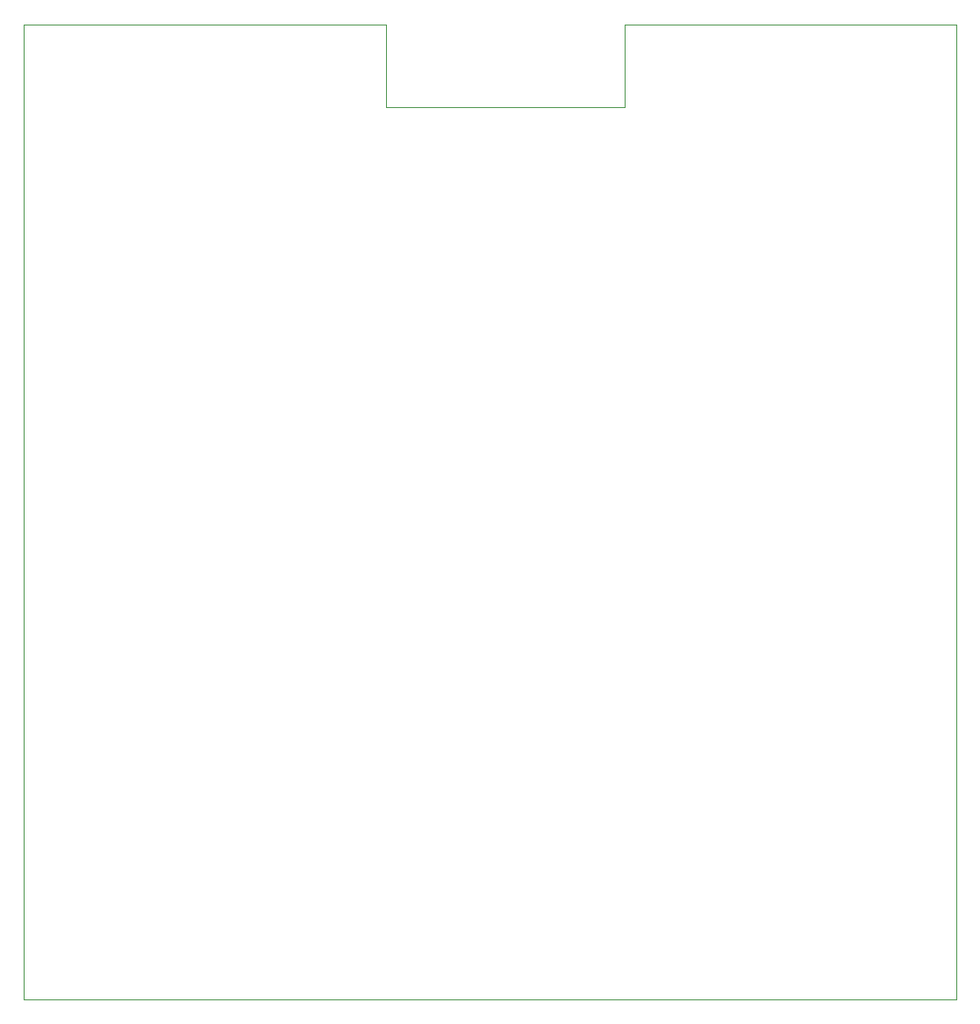
<source format=gbr>
%TF.GenerationSoftware,KiCad,Pcbnew,9.0.2*%
%TF.CreationDate,2025-07-17T15:39:28+07:00*%
%TF.ProjectId,KiCAD,4b694341-442e-46b6-9963-61645f706362,rev?*%
%TF.SameCoordinates,Original*%
%TF.FileFunction,Profile,NP*%
%FSLAX46Y46*%
G04 Gerber Fmt 4.6, Leading zero omitted, Abs format (unit mm)*
G04 Created by KiCad (PCBNEW 9.0.2) date 2025-07-17 15:39:28*
%MOMM*%
%LPD*%
G01*
G04 APERTURE LIST*
%TA.AperFunction,Profile*%
%ADD10C,0.050000*%
%TD*%
G04 APERTURE END LIST*
D10*
X179000000Y-58000000D02*
X202000000Y-58000000D01*
X144000000Y-50000000D02*
X144000000Y-144000000D01*
X179000000Y-50000000D02*
X179000000Y-58000000D01*
X234000000Y-144000000D02*
X234000000Y-59000000D01*
X144000000Y-50000000D02*
X179000000Y-50000000D01*
X234000000Y-59000000D02*
X234000000Y-50000000D01*
X144000000Y-144000000D02*
X234000000Y-144000000D01*
X202000000Y-58000000D02*
X202000000Y-50000000D01*
X202000000Y-50000000D02*
X234000000Y-50000000D01*
M02*

</source>
